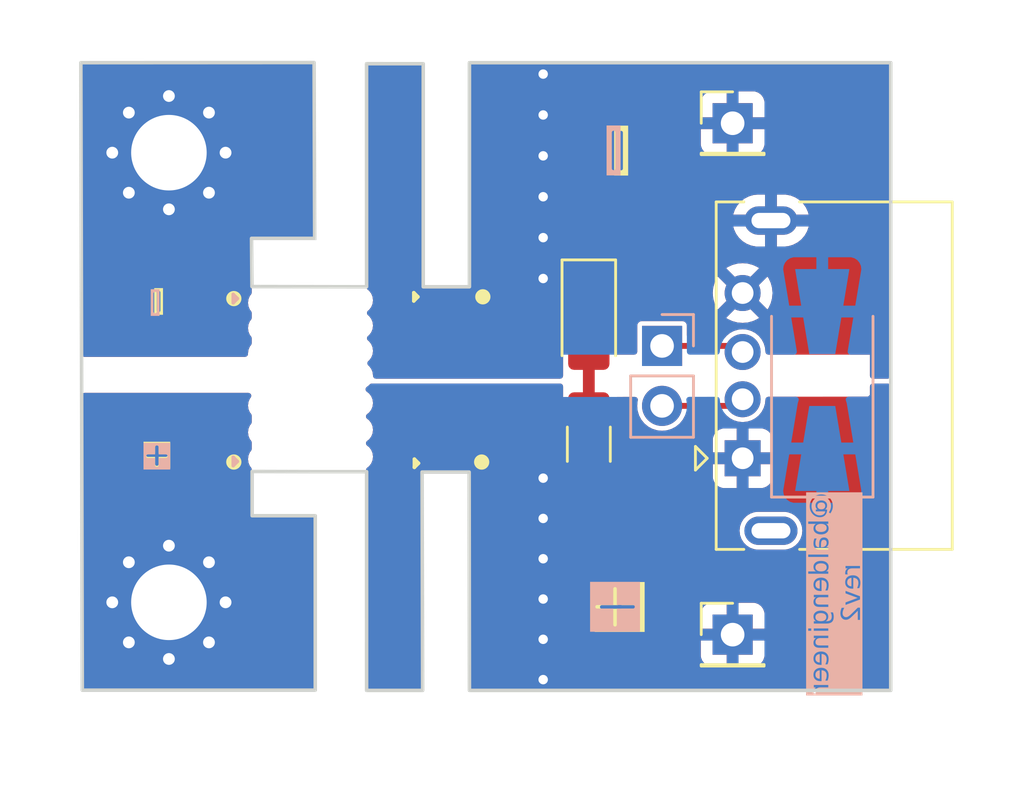
<source format=kicad_pcb>
(kicad_pcb (version 20221018) (generator pcbnew)
  (layers (0 "F.Cu" signal) (31 "B.Cu" signal) (34 "B.Paste" user) (35 "F.Paste" user) (36 "B.SilkS" user "B.Silkscreen") (37 "F.SilkS" user "F.Silkscreen") (38 "B.Mask" user) (39 "F.Mask" user) (44 "Edge.Cuts" user))
  (net 0 "")
  (net 1 "GND")
  (net 2 "Net-(J1-D-)")
  (net 3 "Net-(J1-D+)")
  (net 4 "/Positive")
  (net 5 "Net-(D1-A)")
  (footprint "My Libraries:25mil_Hole" (layer "F.Cu") (at 133.05 98.625)
    (fp_text reference "REF**" hide)
    (fp_text value "25mil_Hole")
    (pad "" np_thru_hole circle (at -0.127 -0.2032) (size 0.635 0.635) (drill 0.635) (layers "*.Cu" "*.Mask"))
  )
  (footprint "" (layer "F.Cu") (at 137.075 96.172884)
    (fp_text reference "" (at 0 0) (layer "F.SilkS") (effects (font (size 1.27 1.27))))
    (fp_text value "" (at 0 0) (layer "F.SilkS") (effects (font (size 1.27 1.27))))
    (pad "" np_thru_hole circle (at 0 0) (size 0.635 0.635) (drill 0.635) (layers "*.Cu" "*.Mask"))
  )
  (footprint "My Libraries:25mil_Hole" (layer "F.Cu") (at 131.943024 99.5432)
    (fp_text reference "REF**" hide)
    (fp_text value "25mil_Hole")
    (pad "" np_thru_hole circle (at -0.127 -0.2032) (size 0.635 0.635) (drill 0.635) (layers "*.Cu" "*.Mask"))
  )
  (footprint "My Libraries:25mil_Hole" (layer "F.Cu") (at 133.05 97.55312)
    (fp_text reference "REF**" hide)
    (fp_text value "25mil_Hole")
    (pad "" np_thru_hole circle (at -0.127 -0.2032) (size 0.635 0.635) (drill 0.635) (layers "*.Cu" "*.Mask"))
  )
  (footprint "Connector_PinHeader_2.54mm:PinHeader_1x01_P2.54mm_Vertical" (layer "F.Cu") (at 152.8826 88.6714)
    (fp_text reference "J3" hide)
    (fp_text value "Negative")
    (fp_line (start -1.33 -1.33) (end 0 -1.33) (stroke (width 0.12)) (layer "F.SilkS"))
    (fp_line (start -1.33 0) (end -1.33 -1.33) (stroke (width 0.12)) (layer "F.SilkS"))
    (fp_line (start -1.33 1.27) (end -1.33 1.33) (stroke (width 0.12)) (layer "F.SilkS"))
    (fp_line (start -1.33 1.27) (end 1.33 1.27) (stroke (width 0.12)) (layer "F.SilkS"))
    (fp_line (start -1.33 1.33) (end 1.33 1.33) (stroke (width 0.12)) (layer "F.SilkS"))
    (fp_line (start 1.33 1.27) (end 1.33 1.33) (stroke (width 0.12)) (layer "F.SilkS"))
    (pad "1" thru_hole rect (at 0 0) (size 1.7 1.7) (drill 1) (layers "*.Cu" "*.Mask") (net 1 "GND"))
  )
  (footprint "My Libraries:25mil_Hole" (layer "F.Cu") (at 133.05 99.6)
    (fp_text reference "REF**" hide)
    (fp_text value "25mil_Hole")
    (pad "" np_thru_hole circle (at -0.127 -0.2032) (size 0.635 0.635) (drill 0.635) (layers "*.Cu" "*.Mask"))
  )
  (footprint "MountingHole:MountingHole_3.2mm_M3_Pad_Via" (layer "F.Cu") (at 129.000138 108.96825)
    (fp_text reference "H1" hide)
    (fp_text value "Positive")
    (pad "1" thru_hole circle (at -2.4 0) (size 0.8 0.8) (drill 0.5) (layers "*.Cu" "*.Mask") (net 4 "/Positive"))
    (pad "1" thru_hole circle (at -1.697056 -1.697056) (size 0.8 0.8) (drill 0.5) (layers "*.Cu" "*.Mask") (net 4 "/Positive"))
    (pad "1" thru_hole circle (at -1.697056 1.697056) (size 0.8 0.8) (drill 0.5) (layers "*.Cu" "*.Mask") (net 4 "/Positive"))
    (pad "1" thru_hole circle (at 0 -2.4) (size 0.8 0.8) (drill 0.5) (layers "*.Cu" "*.Mask") (net 4 "/Positive"))
    (pad "1" thru_hole circle (at 0 0) (size 6.4 6.4) (drill 3.2) (layers "*.Cu" "*.Mask") (net 4 "/Positive"))
    (pad "1" thru_hole circle (at 0 2.4) (size 0.8 0.8) (drill 0.5) (layers "*.Cu" "*.Mask") (net 4 "/Positive"))
    (pad "1" thru_hole circle (at 1.697056 -1.697056) (size 0.8 0.8) (drill 0.5) (layers "*.Cu" "*.Mask") (net 4 "/Positive"))
    (pad "1" thru_hole circle (at 1.697056 1.697056) (size 0.8 0.8) (drill 0.5) (layers "*.Cu" "*.Mask") (net 4 "/Positive"))
    (pad "1" thru_hole circle (at 2.4 0) (size 0.8 0.8) (drill 0.5) (layers "*.Cu" "*.Mask") (net 4 "/Positive"))
  )
  (footprint "" (layer "F.Cu") (at 137.075 102.797952)
    (fp_text reference "" (at 0 0) (layer "F.SilkS") (effects (font (size 1.27 1.27))))
    (fp_text value "" (at 0 0) (layer "F.SilkS") (effects (font (size 1.27 1.27))))
    (pad "" np_thru_hole circle (at 0 0) (size 0.635 0.635) (drill 0.635) (layers "*.Cu" "*.Mask"))
  )
  (footprint "" (layer "F.Cu") (at 137.075 98.316644)
    (fp_text reference "" (at 0 0) (layer "F.SilkS") (effects (font (size 1.27 1.27))))
    (fp_text value "" (at 0 0) (layer "F.SilkS") (effects (font (size 1.27 1.27))))
    (pad "" np_thru_hole circle (at 0 0) (size 0.635 0.635) (drill 0.635) (layers "*.Cu" "*.Mask"))
  )
  (footprint "My Libraries:USB_A_GCT_USB1125" (layer "F.Cu") (at 153.3065 102.8648 90)
    (fp_text reference "J1" hide)
    (fp_text value "USB_A")
    (fp_line (start -3.86 -1.12) (end -3.86 0.0508) (stroke (width 0.12)) (layer "F.SilkS"))
    (fp_line (start -3.86 -1.12) (end 10.86 -1.12) (stroke (width 0.12)) (layer "F.SilkS"))
    (fp_line (start -3.86 2.413) (end -3.86 8.88) (stroke (width 0.12)) (layer "F.SilkS"))
    (fp_line (start -3.86 8.88) (end 10.86 8.88) (stroke (width 0.12)) (layer "F.SilkS"))
    (fp_line (start -0.5 -2) (end 0 -1.5) (stroke (width 0.12)) (layer "F.SilkS"))
    (fp_line (start 0 -1.5) (end 0.5 -2) (stroke (width 0.12)) (layer "F.SilkS"))
    (fp_line (start 0.5 -2) (end -0.5 -2) (stroke (width 0.12)) (layer "F.SilkS"))
    (fp_line (start 10.86 0.0508) (end 10.86 -1.12) (stroke (width 0.12)) (layer "F.SilkS"))
    (fp_line (start 10.86 2.413) (end 10.86 8.88) (stroke (width 0.12)) (layer "F.SilkS"))
    (pad "1" thru_hole rect (at 0 0 90) (size 1.524 1.524) (drill 0.92) (layers "*.Cu" "*.Mask") (net 4 "/Positive"))
    (pad "2" thru_hole circle (at 2.5 0 90) (size 1.524 1.524) (drill 0.92) (layers "*.Cu" "*.Mask") (net 2 "Net-(J1-D-)"))
    (pad "3" thru_hole circle (at 4.5 0 90) (size 1.524 1.524) (drill 0.92) (layers "*.Cu" "*.Mask") (net 3 "Net-(J1-D+)"))
    (pad "4" thru_hole circle (at 7 0 90) (size 1.524 1.524) (drill 0.92) (layers "*.Cu" "*.Mask") (net 1 "GND"))
    (pad "5" thru_hole oval (at -3.07 1.2 90) (size 1.2 2.25) (drill oval 0.65 1.65) (layers "*.Cu" "*.Mask") (net 1 "GND"))
    (pad "5" thru_hole oval (at 10.07 1.2 90) (size 1.2 2.25) (drill oval 0.65 1.65) (layers "*.Cu" "*.Mask") (net 1 "GND"))
  )
  (footprint "" (layer "F.Cu") (at 137.075 97.244764)
    (fp_text reference "" (at 0 0) (layer "F.SilkS") (effects (font (size 1.27 1.27))))
    (fp_text value "" (at 0 0) (layer "F.SilkS") (effects (font (size 1.27 1.27))))
    (pad "" np_thru_hole circle (at 0 0) (size 0.635 0.635) (drill 0.635) (layers "*.Cu" "*.Mask"))
  )
  (footprint "" (layer "F.Cu") (at 137.075 99.363124)
    (fp_text reference "" (at 0 0) (layer "F.SilkS") (effects (font (size 1.27 1.27))))
    (fp_text value "" (at 0 0) (layer "F.SilkS") (effects (font (size 1.27 1.27))))
    (pad "" np_thru_hole circle (at 0 0) (size 0.635 0.635) (drill 0.635) (layers "*.Cu" "*.Mask"))
  )
  (footprint "Connector_PinHeader_2.54mm:PinHeader_1x01_P2.54mm_Vertical" (layer "F.Cu") (at 152.8826 110.3376)
    (fp_text reference "J2" hide)
    (fp_text value "Positive")
    (fp_line (start -1.33 -1.33) (end 0 -1.33) (stroke (width 0.12)) (layer "F.SilkS"))
    (fp_line (start -1.33 0) (end -1.33 -1.33) (stroke (width 0.12)) (layer "F.SilkS"))
    (fp_line (start -1.33 1.27) (end -1.33 1.33) (stroke (width 0.12)) (layer "F.SilkS"))
    (fp_line (start -1.33 1.27) (end 1.33 1.27) (stroke (width 0.12)) (layer "F.SilkS"))
    (fp_line (start -1.33 1.33) (end 1.33 1.33) (stroke (width 0.12)) (layer "F.SilkS"))
    (fp_line (start 1.33 1.27) (end 1.33 1.33) (stroke (width 0.12)) (layer "F.SilkS"))
    (pad "1" thru_hole rect (at 0 0) (size 1.7 1.7) (drill 1) (layers "*.Cu" "*.Mask") (net 4 "/Positive"))
  )
  (footprint "My Libraries:25mil_Hole" (layer "F.Cu") (at 130.781518 99.5432)
    (fp_text reference "REF**" hide)
    (fp_text value "25mil_Hole")
    (pad "" np_thru_hole circle (at -0.127 -0.2032) (size 0.635 0.635) (drill 0.635) (layers "*.Cu" "*.Mask"))
  )
  (footprint "" (layer "F.Cu") (at 137.075 101.661476)
    (fp_text reference "" (at 0 0) (layer "F.SilkS") (effects (font (size 1.27 1.27))))
    (fp_text value "" (at 0 0) (layer "F.SilkS") (effects (font (size 1.27 1.27))))
    (pad "" np_thru_hole circle (at 0 0) (size 0.635 0.635) (drill 0.635) (layers "*.Cu" "*.Mask"))
  )
  (footprint "Resistor_SMD:R_1206_3216Metric_Pad1.30x1.75mm_HandSolder" (layer "F.Cu") (at 146.79 102.27 90)
    (fp_text reference "R1" hide)
    (fp_text value "1k")
    (fp_line (start -0.727064 -0.91) (end 0.727064 -0.91) (stroke (width 0.12)) (layer "F.SilkS"))
    (fp_line (start -0.727064 0.91) (end 0.727064 0.91) (stroke (width 0.12)) (layer "F.SilkS"))
    (pad "1" smd roundrect (at -1.55 0 90) (size 1.3 1.75) (layers "F.Cu" "F.Paste" "F.Mask") (roundrect_rratio 0.1923076923) (net 4 "/Positive"))
    (pad "2" smd roundrect (at 1.55 0 90) (size 1.3 1.75) (layers "F.Cu" "F.Paste" "F.Mask") (roundrect_rratio 0.1923076923) (net 5 "Net-(D1-A)"))
  )
  (footprint "My Libraries:25mil_Hole" (layer "F.Cu") (at 133.05 103.106308)
    (fp_text reference "REF**" hide)
    (fp_text value "25mil_Hole")
    (pad "" np_thru_hole circle (at -0.127 -0.2032) (size 0.635 0.635) (drill 0.635) (layers "*.Cu" "*.Mask"))
  )
  (footprint "My Libraries:25mil_Hole" (layer "F.Cu") (at 133.05 96.48124)
    (fp_text reference "REF**" hide)
    (fp_text value "25mil_Hole")
    (pad "" np_thru_hole circle (at -0.127 -0.2032) (size 0.635 0.635) (drill 0.635) (layers "*.Cu" "*.Mask"))
  )
  (footprint "MountingHole:MountingHole_3.2mm_M3_Pad_Via" (layer "F.Cu") (at 129.000138 89.91825)
    (fp_text reference "H2" hide)
    (fp_text value "Negative")
    (pad "1" thru_hole circle (at -2.4 0) (size 0.8 0.8) (drill 0.5) (layers "*.Cu" "*.Mask") (net 1 "GND"))
    (pad "1" thru_hole circle (at -1.697056 -1.697056) (size 0.8 0.8) (drill 0.5) (layers "*.Cu" "*.Mask") (net 1 "GND"))
    (pad "1" thru_hole circle (at -1.697056 1.697056) (size 0.8 0.8) (drill 0.5) (layers "*.Cu" "*.Mask") (net 1 "GND"))
    (pad "1" thru_hole circle (at 0 -2.4) (size 0.8 0.8) (drill 0.5) (layers "*.Cu" "*.Mask") (net 1 "GND"))
    (pad "1" thru_hole circle (at 0 0) (size 6.4 6.4) (drill 3.2) (layers "*.Cu" "*.Mask") (net 1 "GND"))
    (pad "1" thru_hole circle (at 0 2.4) (size 0.8 0.8) (drill 0.5) (layers "*.Cu" "*.Mask") (net 1 "GND"))
    (pad "1" thru_hole circle (at 1.697056 -1.697056) (size 0.8 0.8) (drill 0.5) (layers "*.Cu" "*.Mask") (net 1 "GND"))
    (pad "1" thru_hole circle (at 1.697056 1.697056) (size 0.8 0.8) (drill 0.5) (layers "*.Cu" "*.Mask") (net 1 "GND"))
    (pad "1" thru_hole circle (at 2.4 0) (size 0.8 0.8) (drill 0.5) (layers "*.Cu" "*.Mask") (net 1 "GND"))
  )
  (footprint "My Libraries:25mil_Hole" (layer "F.Cu") (at 128.458506 99.5432)
    (fp_text reference "REF**" hide)
    (fp_text value "25mil_Hole")
    (pad "" np_thru_hole circle (at -0.127 -0.2032) (size 0.635 0.635) (drill 0.635) (layers "*.Cu" "*.Mask"))
  )
  (footprint "" (layer "F.Cu") (at 137.075 100.525)
    (fp_text reference "" (at 0 0) (layer "F.SilkS") (effects (font (size 1.27 1.27))))
    (fp_text value "" (at 0 0) (layer "F.SilkS") (effects (font (size 1.27 1.27))))
    (pad "" np_thru_hole circle (at 0 0) (size 0.635 0.635) (drill 0.635) (layers "*.Cu" "*.Mask"))
  )
  (footprint "My Libraries:25mil_Hole" (layer "F.Cu") (at 126.135494 99.5432)
    (fp_text reference "REF**" hide)
    (fp_text value "25mil_Hole")
    (pad "" np_thru_hole circle (at -0.127 -0.2032) (size 0.635 0.635) (drill 0.635) (layers "*.Cu" "*.Mask"))
  )
  (footprint "My Libraries:25mil_Hole" (layer "F.Cu") (at 127.297 99.5432)
    (fp_text reference "REF**" hide)
    (fp_text value "25mil_Hole")
    (pad "" np_thru_hole circle (at -0.127 -0.2032) (size 0.635 0.635) (drill 0.635) (layers "*.Cu" "*.Mask"))
  )
  (footprint "My Libraries:25mil_Hole" (layer "F.Cu") (at 133.05 100.833356)
    (fp_text reference "REF**" hide)
    (fp_text value "25mil_Hole")
    (pad "" np_thru_hole circle (at -0.127 -0.2032) (size 0.635 0.635) (drill 0.635) (layers "*.Cu" "*.Mask"))
  )
  (footprint "My Libraries:25mil_Hole" (layer "F.Cu") (at 133.05 101.969832)
    (fp_text reference "REF**" hide)
    (fp_text value "25mil_Hole")
    (pad "" np_thru_hole circle (at -0.127 -0.2032) (size 0.635 0.635) (drill 0.635) (layers "*.Cu" "*.Mask"))
  )
  (footprint "LED_SMD:LED_1206_3216Metric_Pad1.42x1.75mm_HandSolder" (layer "F.Cu") (at 146.79 96.92 -90)
    (fp_text reference "D1" hide)
    (fp_text value "Green")
    (fp_line (start -2.46 -1.135) (end -2.46 1.135) (stroke (width 0.12)) (layer "F.SilkS"))
    (fp_line (start -2.46 1.135) (end 1.6 1.135) (stroke (width 0.12)) (layer "F.SilkS"))
    (fp_line (start 1.6 -1.135) (end -2.46 -1.135) (stroke (width 0.12)) (layer "F.SilkS"))
    (pad "1" smd roundrect (at -1.4875 0 270) (size 1.425 1.75) (layers "F.Cu" "F.Paste" "F.Mask") (roundrect_rratio 0.1754392982) (net 1 "GND"))
    (pad "2" smd roundrect (at 1.4875 0 270) (size 1.425 1.75) (layers "F.Cu" "F.Paste" "F.Mask") (roundrect_rratio 0.1754392982) (net 5 "Net-(D1-A)"))
  )
  (footprint "My Libraries:25mil_Hole" (layer "F.Cu") (at 129.620012 99.5432)
    (fp_text reference "REF**" hide)
    (fp_text value "25mil_Hole")
    (pad "" np_thru_hole circle (at -0.127 -0.2032) (size 0.635 0.635) (drill 0.635) (layers "*.Cu" "*.Mask"))
  )
  (footprint "Connector_PinHeader_2.54mm:PinHeader_1x02_P2.54mm_Vertical" (layer "B.Cu") (at 149.89325 98.1058 180)
    (fp_text reference "J4" hide)
    (fp_text value "Data")
    (fp_line (start -1.33 -3.87) (end 1.33 -3.87) (stroke (width 0.12)) (layer "B.SilkS"))
    (fp_line (start -1.33 -1.27) (end -1.33 -3.87) (stroke (width 0.12)) (layer "B.SilkS"))
    (fp_line (start -1.33 -1.27) (end 1.33 -1.27) (stroke (width 0.12)) (layer "B.SilkS"))
    (fp_line (start -1.33 0) (end -1.33 1.33) (stroke (width 0.12)) (layer "B.SilkS"))
    (fp_line (start -1.33 1.33) (end 0 1.33) (stroke (width 0.12)) (layer "B.SilkS"))
    (fp_line (start 1.33 -1.27) (end 1.33 -3.87) (stroke (width 0.12)) (layer "B.SilkS"))
    (pad "1" thru_hole rect (at 0 0 180) (size 1.7 1.7) (drill 1) (layers "*.Cu" "*.Mask") (net 3 "Net-(J1-D+)"))
    (pad "2" thru_hole oval (at 0 -2.54 180) (size 1.7 1.7) (drill 1) (layers "*.Cu" "*.Mask") (net 2 "Net-(J1-D-)"))
  )
  (footprint "Diode_SMD:D_SMA-SMB_Universal_Handsoldering" (layer "B.Cu") (at 156.68 99.55 90)
    (fp_text reference "D2" hide)
    (fp_text value "SMBJ6.0A")
    (fp_line (start -4.96 -2.15) (end 2.7 -2.15) (stroke (width 0.12)) (layer "B.SilkS"))
    (fp_line (start -4.96 2.15) (end -4.96 -2.15) (stroke (width 0.12)) (layer "B.SilkS"))
    (fp_line (start -4.96 2.15) (end 2.7 2.15) (stroke (width 0.12)) (layer "B.SilkS"))
    (pad "1" smd trapezoid (at -2.9 0 90) (size 3.6 1.7) (rect_delta 0.6 0) (layers "B.Cu" "B.Paste" "B.Mask") (net 4 "/Positive"))
    (pad "2" smd trapezoid (at 2.9 0 270) (size 3.6 1.7) (rect_delta 0.6 0) (layers "B.Cu" "B.Paste" "B.Mask") (net 1 "GND"))
  )
  (gr_line (start 131.725 95.925) (end 131.725 96.275) (stroke (width 0.15)) (layer "B.SilkS"))
  (gr_line (start 131.725 95.95) (end 131.725 95.925) (stroke (width 0.15)) (layer "B.SilkS"))
  (gr_line (start 131.725 103.175) (end 131.9 103) (stroke (width 0.15)) (layer "B.SilkS"))
  (gr_line (start 131.725 96.275) (end 131.9 96.1) (stroke (width 0.15)) (layer "B.SilkS"))
  (gr_line (start 131.725 95.925) (end 131.9 96.1) (stroke (width 0.15)) (layer "B.SilkS"))
  (gr_line (start 131.725 102.825) (end 131.725 103.175) (stroke (width 0.15)) (layer "B.SilkS"))
  (gr_line (start 131.725 102.85) (end 131.725 102.825) (stroke (width 0.15)) (layer "B.SilkS"))
  (gr_line (start 131.725 102.825) (end 131.9 103) (stroke (width 0.15)) (layer "B.SilkS"))
  (gr_line (start 139.575 103.075) (end 139.4 103.25) (stroke (width 0.15)) (layer "F.SilkS"))
  (gr_circle (center 131.75 96.1) (end 131.997487 96.1) (stroke (width 0.15)) (fill solid) (layer "F.SilkS"))
  (gr_circle (center 131.75 103.025) (end 131.997487 103.025) (stroke (width 0.15)) (fill solid) (layer "F.SilkS"))
  (gr_circle (center 142.3 96.025) (end 142.547487 96.025) (stroke (width 0.15)) (fill solid) (layer "F.SilkS"))
  (gr_line (start 139.375 95.85) (end 139.375 96.2) (stroke (width 0.15)) (layer "F.SilkS"))
  (gr_line (start 139.575 103.075) (end 139.4 102.9) (stroke (width 0.15)) (layer "F.SilkS"))
  (gr_circle (center 142.25 103.025) (end 142.497487 103.025) (stroke (width 0.15)) (fill solid) (layer "F.SilkS"))
  (gr_line (start 139.4 103.25) (end 139.4 103.225) (stroke (width 0.15)) (layer "F.SilkS"))
  (gr_line (start 139.55 96.025) (end 139.375 95.85) (stroke (width 0.15)) (layer "F.SilkS"))
  (gr_line (start 139.4 102.9) (end 139.4 103.25) (stroke (width 0.15)) (layer "F.SilkS"))
  (gr_line (start 139.55 96.025) (end 139.375 96.2) (stroke (width 0.15)) (layer "F.SilkS"))
  (gr_line (start 139.375 96.2) (end 139.375 96.175) (stroke (width 0.15)) (layer "F.SilkS"))
  (gr_poly (pts (xy 125.2702 86.106) (xy 135.15 86.1) (xy 135.175 93.5482) (xy 132.5 93.5482) (xy 132.517627 95.590973) (xy 137.375 95.6) (xy 137.373381 86.149359) (xy 139.775 86.15) (xy 139.775012 94.8) (xy 139.775 95.6) (xy 141.732 95.6) (xy 141.732 86.106) (xy 159.581 86.106) (xy 159.581 112.6998) (xy 141.732 112.6998) (xy 141.720678 103.45) (xy 139.725 103.45) (xy 139.75 112.7) (xy 137.375 112.7) (xy 137.375709 103.4326) (xy 135.12 103.4326) (xy 132.525 103.425) (xy 132.525 105.3) (xy 135.2 105.3) (xy 135.2 112.689823) (xy 125.331349 112.689451)) (stroke (width 0.15)) (fill none) (layer "Edge.Cuts"))
  (gr_text "+" (at 149.237695 110.172505) (layer "B.SilkS" knockout) (effects (font (size 2 2)) (justify left bottom mirror)))
  (gr_text "-" (at 146.8246 91.1606 -90) (layer "B.SilkS" knockout) (effects (font (size 2 2)) (justify left bottom mirror)))
  (gr_text "@baldengineer\nrev2" (at 157.275 108.575 90) (layer "B.SilkS" knockout) (effects (font (size 0.8 0.8)) (justify mirror)))
  (gr_text "-" (at 128.4895 96.26765 -90) (layer "B.SilkS" knockout) (effects (font (size 1 1)) (justify mirror)))
  (gr_text "+" (at 128.4895 102.703) (layer "B.SilkS" knockout) (effects (font (size 1 1)) (justify mirror)))
  (gr_text "+" (at 128.4895 102.656775) (layer "F.SilkS" knockout) (effects (font (size 1 1))))
  (gr_text "-" (at 149.1742 91.166995 90) (layer "F.SilkS" knockout) (effects (font (size 2 2)) (justify left bottom)))
  (gr_text "+" (at 146.761105 110.1789) (layer "F.SilkS" knockout) (effects (font (size 2 2)) (justify left bottom)))
  (gr_text "-" (at 128.4895 96.221425 90) (layer "F.SilkS" knockout) (effects (font (size 1 1))))
  (segment (start 138.5 88.45) (end 138.5 91.25) (width 0.25) (layer "F.Cu") (net 1))
  (via (at 144.8562 86.5886) (size 0.8) (drill 0.4) (layers "F.Cu" "B.Cu") (net 1))
  (via (at 144.8562 95.25) (size 0.8) (drill 0.4) (layers "F.Cu" "B.Cu") (net 1))
  (via (at 144.8562 88.32088) (size 0.8) (drill 0.4) (layers "F.Cu" "B.Cu") (net 1))
  (via (at 144.8562 90.05316) (size 0.8) (drill 0.4) (layers "F.Cu" "B.Cu") (net 1))
  (via (at 144.8562 91.78544) (size 0.8) (drill 0.4) (layers "F.Cu" "B.Cu") (net 1))
  (via (at 144.8562 93.51772) (size 0.8) (drill 0.4) (layers "F.Cu" "B.Cu") (net 1))
  (segment (start 138.5 88.475) (end 138.5 91.275) (width 0.25) (layer "B.Cu") (net 1))
  (segment (start 149.89325 100.6458) (end 153.0255 100.6458) (width 0.25) (layer "F.Cu") (net 2))
  (segment (start 153.0255 100.6458) (end 153.3065 100.3648) (width 0.25) (layer "F.Cu") (net 2))
  (segment (start 149.89325 98.1058) (end 153.0475 98.1058) (width 0.25) (layer "F.Cu") (net 3))
  (segment (start 153.0475 98.1058) (end 153.3065 98.3648) (width 0.25) (layer "F.Cu") (net 3))
  (via (at 144.8562 110.53572) (size 0.8) (drill 0.4) (layers "F.Cu" "B.Cu") (net 4))
  (via (at 144.8562 105.41508) (size 0.8) (drill 0.4) (layers "F.Cu" "B.Cu") (net 4))
  (via (at 144.8562 107.12196) (size 0.8) (drill 0.4) (layers "F.Cu" "B.Cu") (net 4))
  (via (at 144.8562 103.7082) (size 0.8) (drill 0.4) (layers "F.Cu" "B.Cu") (net 4))
  (via (at 144.8562 108.82884) (size 0.8) (drill 0.4) (layers "F.Cu" "B.Cu") (net 4))
  (via (at 144.8562 112.2426) (size 0.8) (drill 0.4) (layers "F.Cu" "B.Cu") (net 4))
  (segment (start 146.79 98.4075) (end 146.79 100.72) (width 0.5) (layer "F.Cu") (net 5))
  (zone (net 4) (net_name "/Positive") (layers "F&B.Cu") (priority 1) (connect_pads yes (clearance 0)) (min_thickness 0.25) (fill yes (thermal_gap 0.5) (thermal_bridge_width 0.5) (island_removal_mode 1) (island_area_min 10))
    (polygon (pts (xy 124.55 116.55) (xy 124.55 105.8) (xy 125.575 104.775) (xy 132 104.775) (xy 133.225 106) (xy 133.225 113.675) (xy 130.975 115.925) (xy 124.875 115.925) (xy 124.875 116.225)))
  )
  (zone (net 1) (net_name "GND") (layers "F&B.Cu") (connect_pads yes (clearance 0)) (min_thickness 0.25) (fill yes (thermal_gap 0.5) (thermal_bridge_width 0.5) (island_removal_mode 1) (island_area_min 10))
    (polygon (pts (xy 125.1 83.475) (xy 133.325 83.475) (xy 133.325 92.575) (xy 131.875 94.025) (xy 125.125 94.025) (xy 124.9 94.25) (xy 124.45 93.8) (xy 124.45 83.925) (xy 124.925 83.45) (xy 125.125 83.45)))
  )
  (zone (net 4) (net_name "/Positive") (layers "F&B.Cu") (priority 1) (connect_pads (clearance 0)) (min_thickness 0.25) (fill yes (thermal_gap 0.5) (thermal_bridge_width 0.5) (island_removal_mode 1) (island_area_min 10))
    (polygon (pts (xy 162.55 114.675) (xy 162.55 99.8) (xy 162.45 99.7) (xy 122.5 99.7) (xy 122.5 113.725) (xy 123.45 114.675)))
  )
  (zone (net 0) (net_name "") (layers "F&B.Cu") (connect_pads (clearance 0)) (min_thickness 0.254)
    (keepout (tracks allowed) (vias allowed) (pads allowed) (copperpour not_allowed) (footprints allowed))
    (fill (thermal_gap 0.254) (thermal_bridge_width 1.016) (island_removal_mode 2) (island_area_min 10))
    (polygon (pts (xy 158.6992 98.4758) (xy 145.7 98.4758) (xy 145.7 100.26881) (xy 158.623 100.2538) (xy 158.6992 100.1776)))
  )
  (zone (net 1) (net_name "GND") (layers "F&B.Cu") (connect_pads (clearance 0)) (min_thickness 0.25) (fill yes (thermal_gap 0.5) (thermal_bridge_width 0.5) (island_removal_mode 1) (island_area_min 10))
    (polygon (pts (xy 123.55 84.85) (xy 160 84.85) (xy 160.8 85.65) (xy 160.8 99.5) (xy 123.975 99.5) (xy 122.8 98.325) (xy 122.8 85.6) (xy 123.5 84.9)))
  )
  (zone (net 0) (net_name "") (layers "F&B.Cu" "User.5") (connect_pads (clearance 0)) (min_thickness 0.254)
    (keepout (tracks not_allowed) (vias not_allowed) (pads allowed) (copperpour not_allowed) (footprints allowed))
    (fill (thermal_gap 0.254) (thermal_bridge_width 1.016) (island_removal_mode 2) (island_area_min 10))
    (polygon (pts (xy 132.50788 95.55705) (xy 137.28308 95.55705) (xy 137.28308 103.40565) (xy 132.50788 103.40565)))
  )
  (zone (net 0) (net_name "") (layers "F&B.Cu" "User.5") (connect_pads (clearance 0)) (min_thickness 0.254)
    (keepout (tracks not_allowed) (vias not_allowed) (pads allowed) (copperpour not_allowed) (footprints allowed))
    (fill (thermal_gap 0.254) (thermal_bridge_width 1.016) (island_removal_mode 2) (island_area_min 10))
    (polygon (pts (xy 125.118644 98.56965) (xy 136.096644 98.56965) (xy 136.096644 99.83965) (xy 136.096644 100.09365) (xy 125.118644 100.09365)))
  )
)
</source>
